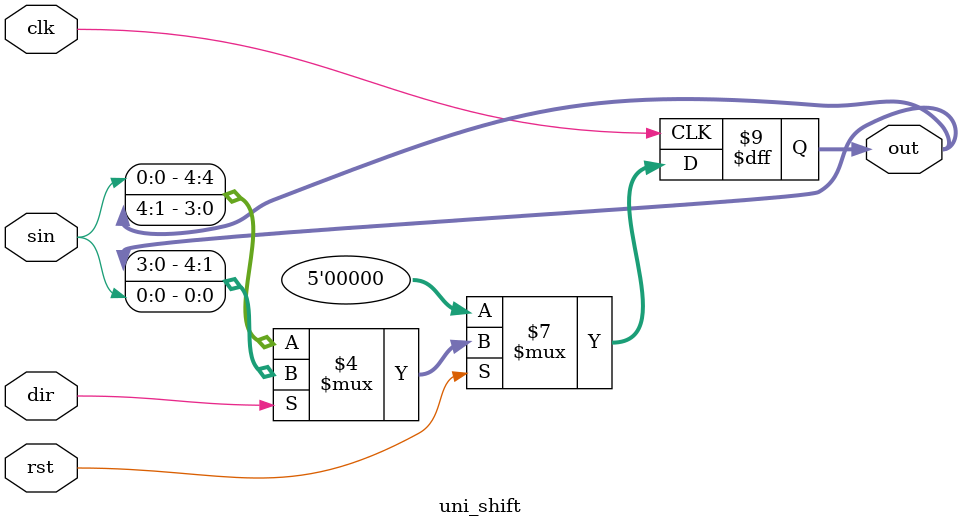
<source format=sv>

module uni_shift ( input sin,input dir, clk, rst, output reg [4:0] out);
  always @(posedge clk) begin
    if (!rst) 
      out <= 5'b 0;
    else if ( dir ) // dir ==1 left shift
      out <= {out[3:0], sin};
    else 
      out <= {sin, out[4:1]};; // dir == 0 right shift
  end
endmodule
</source>
